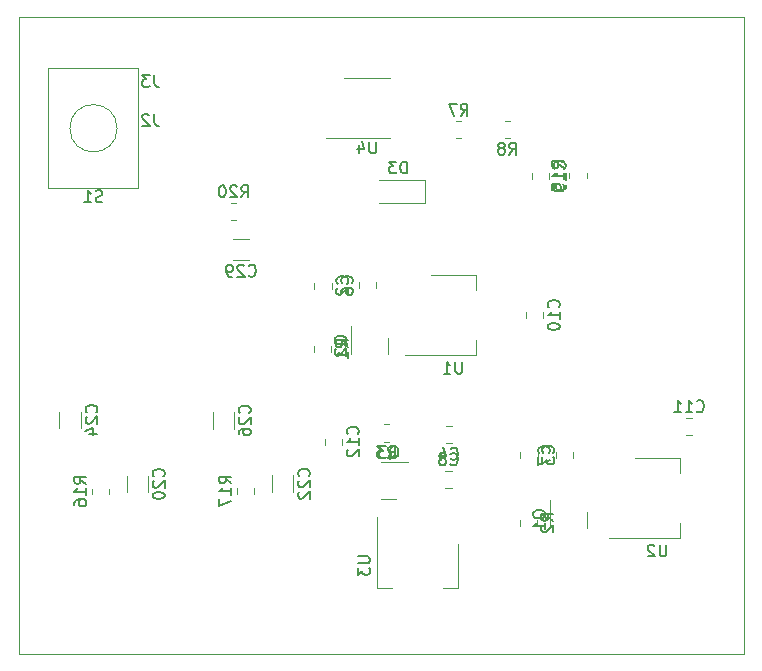
<source format=gbo>
%TF.GenerationSoftware,KiCad,Pcbnew,(6.0.1-0)*%
%TF.CreationDate,2022-06-02T12:12:10+03:00*%
%TF.ProjectId,VoltageRegulator,566f6c74-6167-4655-9265-67756c61746f,rev?*%
%TF.SameCoordinates,Original*%
%TF.FileFunction,Legend,Bot*%
%TF.FilePolarity,Positive*%
%FSLAX46Y46*%
G04 Gerber Fmt 4.6, Leading zero omitted, Abs format (unit mm)*
G04 Created by KiCad (PCBNEW (6.0.1-0)) date 2022-06-02 12:12:10*
%MOMM*%
%LPD*%
G01*
G04 APERTURE LIST*
%TA.AperFunction,Profile*%
%ADD10C,0.100000*%
%TD*%
%ADD11C,0.150000*%
%ADD12C,0.120000*%
G04 APERTURE END LIST*
D10*
X41505308Y-38806895D02*
X-19874692Y-38806895D01*
X-19874692Y-38806895D02*
X-19874692Y15193105D01*
X-19874692Y15193105D02*
X41505308Y15193105D01*
X41505308Y15193105D02*
X41505308Y-38806895D01*
D11*
%TO.C,R3*%
X11409774Y-22162475D02*
X11743108Y-21686285D01*
X11981203Y-22162475D02*
X11981203Y-21162475D01*
X11600250Y-21162475D01*
X11505012Y-21210095D01*
X11457393Y-21257714D01*
X11409774Y-21352952D01*
X11409774Y-21495809D01*
X11457393Y-21591047D01*
X11505012Y-21638666D01*
X11600250Y-21686285D01*
X11981203Y-21686285D01*
X11076441Y-21162475D02*
X10457393Y-21162475D01*
X10790727Y-21543428D01*
X10647869Y-21543428D01*
X10552631Y-21591047D01*
X10505012Y-21638666D01*
X10457393Y-21733904D01*
X10457393Y-21971999D01*
X10505012Y-22067237D01*
X10552631Y-22114856D01*
X10647869Y-22162475D01*
X10933584Y-22162475D01*
X11028822Y-22114856D01*
X11076441Y-22067237D01*
%TO.C,U1*%
X17667512Y-14023775D02*
X17667512Y-14833299D01*
X17619893Y-14928537D01*
X17572274Y-14976156D01*
X17477036Y-15023775D01*
X17286560Y-15023775D01*
X17191322Y-14976156D01*
X17143703Y-14928537D01*
X17096084Y-14833299D01*
X17096084Y-14023775D01*
X16096084Y-15023775D02*
X16667512Y-15023775D01*
X16381798Y-15023775D02*
X16381798Y-14023775D01*
X16477036Y-14166633D01*
X16572274Y-14261871D01*
X16667512Y-14309490D01*
%TO.C,C11*%
X37529165Y-18192537D02*
X37576784Y-18240156D01*
X37719641Y-18287775D01*
X37814879Y-18287775D01*
X37957736Y-18240156D01*
X38052974Y-18144918D01*
X38100593Y-18049680D01*
X38148212Y-17859204D01*
X38148212Y-17716347D01*
X38100593Y-17525871D01*
X38052974Y-17430633D01*
X37957736Y-17335395D01*
X37814879Y-17287775D01*
X37719641Y-17287775D01*
X37576784Y-17335395D01*
X37529165Y-17383014D01*
X36576784Y-18287775D02*
X37148212Y-18287775D01*
X36862498Y-18287775D02*
X36862498Y-17287775D01*
X36957736Y-17430633D01*
X37052974Y-17525871D01*
X37148212Y-17573490D01*
X35624403Y-18287775D02*
X36195831Y-18287775D01*
X35910117Y-18287775D02*
X35910117Y-17287775D01*
X36005355Y-17430633D01*
X36100593Y-17525871D01*
X36195831Y-17573490D01*
%TO.C,J2*%
X-8418658Y6953124D02*
X-8418658Y6238838D01*
X-8371039Y6095981D01*
X-8275801Y6000743D01*
X-8132944Y5953124D01*
X-8037706Y5953124D01*
X-8847230Y6857885D02*
X-8894849Y6905505D01*
X-8990087Y6953124D01*
X-9228182Y6953124D01*
X-9323420Y6905505D01*
X-9371039Y6857885D01*
X-9418658Y6762647D01*
X-9418658Y6667409D01*
X-9371039Y6524552D01*
X-8799611Y5953124D01*
X-9418658Y5953124D01*
%TO.C,C12*%
X8814250Y-20143637D02*
X8861869Y-20096018D01*
X8909488Y-19953161D01*
X8909488Y-19857923D01*
X8861869Y-19715066D01*
X8766631Y-19619828D01*
X8671393Y-19572209D01*
X8480917Y-19524590D01*
X8338060Y-19524590D01*
X8147584Y-19572209D01*
X8052346Y-19619828D01*
X7957108Y-19715066D01*
X7909488Y-19857923D01*
X7909488Y-19953161D01*
X7957108Y-20096018D01*
X8004727Y-20143637D01*
X8909488Y-21096018D02*
X8909488Y-20524590D01*
X8909488Y-20810304D02*
X7909488Y-20810304D01*
X8052346Y-20715066D01*
X8147584Y-20619828D01*
X8195203Y-20524590D01*
X8004727Y-21476971D02*
X7957108Y-21524590D01*
X7909488Y-21619828D01*
X7909488Y-21857923D01*
X7957108Y-21953161D01*
X8004727Y-22000780D01*
X8099965Y-22048399D01*
X8195203Y-22048399D01*
X8338060Y-22000780D01*
X8909488Y-21429352D01*
X8909488Y-22048399D01*
%TO.C,R17*%
X-1888711Y-24329137D02*
X-2364901Y-23995804D01*
X-1888711Y-23757709D02*
X-2888711Y-23757709D01*
X-2888711Y-24138661D01*
X-2841092Y-24233899D01*
X-2793472Y-24281518D01*
X-2698234Y-24329137D01*
X-2555377Y-24329137D01*
X-2460139Y-24281518D01*
X-2412520Y-24233899D01*
X-2364901Y-24138661D01*
X-2364901Y-23757709D01*
X-1888711Y-25281518D02*
X-1888711Y-24710090D01*
X-1888711Y-24995804D02*
X-2888711Y-24995804D01*
X-2745853Y-24900566D01*
X-2650615Y-24805328D01*
X-2602996Y-24710090D01*
X-2888711Y-25614852D02*
X-2888711Y-26281518D01*
X-1888711Y-25852947D01*
%TO.C,C26*%
X-345849Y-18353437D02*
X-298230Y-18305818D01*
X-250611Y-18162961D01*
X-250611Y-18067723D01*
X-298230Y-17924866D01*
X-393468Y-17829628D01*
X-488706Y-17782009D01*
X-679182Y-17734390D01*
X-822039Y-17734390D01*
X-1012515Y-17782009D01*
X-1107753Y-17829628D01*
X-1202992Y-17924866D01*
X-1250611Y-18067723D01*
X-1250611Y-18162961D01*
X-1202992Y-18305818D01*
X-1155372Y-18353437D01*
X-1155372Y-18734390D02*
X-1202992Y-18782009D01*
X-1250611Y-18877247D01*
X-1250611Y-19115342D01*
X-1202992Y-19210580D01*
X-1155372Y-19258199D01*
X-1060134Y-19305818D01*
X-964896Y-19305818D01*
X-822039Y-19258199D01*
X-250611Y-18686771D01*
X-250611Y-19305818D01*
X-1250611Y-20162961D02*
X-1250611Y-19972485D01*
X-1202992Y-19877247D01*
X-1155372Y-19829628D01*
X-1012515Y-19734390D01*
X-822039Y-19686771D01*
X-441087Y-19686771D01*
X-345849Y-19734390D01*
X-298230Y-19782009D01*
X-250611Y-19877247D01*
X-250611Y-20067723D01*
X-298230Y-20162961D01*
X-345849Y-20210580D01*
X-441087Y-20258199D01*
X-679182Y-20258199D01*
X-774420Y-20210580D01*
X-822039Y-20162961D01*
X-869658Y-20067723D01*
X-869658Y-19877247D01*
X-822039Y-19782009D01*
X-774420Y-19734390D01*
X-679182Y-19686771D01*
%TO.C,C20*%
X-7624449Y-23733637D02*
X-7576830Y-23686018D01*
X-7529211Y-23543161D01*
X-7529211Y-23447923D01*
X-7576830Y-23305066D01*
X-7672068Y-23209828D01*
X-7767306Y-23162209D01*
X-7957782Y-23114590D01*
X-8100639Y-23114590D01*
X-8291115Y-23162209D01*
X-8386353Y-23209828D01*
X-8481592Y-23305066D01*
X-8529211Y-23447923D01*
X-8529211Y-23543161D01*
X-8481592Y-23686018D01*
X-8433972Y-23733637D01*
X-8433972Y-24114590D02*
X-8481592Y-24162209D01*
X-8529211Y-24257447D01*
X-8529211Y-24495542D01*
X-8481592Y-24590780D01*
X-8433972Y-24638399D01*
X-8338734Y-24686018D01*
X-8243496Y-24686018D01*
X-8100639Y-24638399D01*
X-7529211Y-24066971D01*
X-7529211Y-24686018D01*
X-8529211Y-25305066D02*
X-8529211Y-25400304D01*
X-8481592Y-25495542D01*
X-8433972Y-25543161D01*
X-8338734Y-25590780D01*
X-8148258Y-25638399D01*
X-7910163Y-25638399D01*
X-7719687Y-25590780D01*
X-7624449Y-25543161D01*
X-7576830Y-25495542D01*
X-7529211Y-25400304D01*
X-7529211Y-25305066D01*
X-7576830Y-25209828D01*
X-7624449Y-25162209D01*
X-7719687Y-25114590D01*
X-7910163Y-25066971D01*
X-8148258Y-25066971D01*
X-8338734Y-25114590D01*
X-8433972Y-25162209D01*
X-8481592Y-25209828D01*
X-8529211Y-25305066D01*
%TO.C,Q3*%
X11534646Y-22256014D02*
X11629884Y-22208395D01*
X11725122Y-22113156D01*
X11867979Y-21970299D01*
X11963217Y-21922680D01*
X12058455Y-21922680D01*
X12010836Y-22160775D02*
X12106074Y-22113156D01*
X12201312Y-22017918D01*
X12248931Y-21827442D01*
X12248931Y-21494109D01*
X12201312Y-21303633D01*
X12106074Y-21208395D01*
X12010836Y-21160775D01*
X11820360Y-21160775D01*
X11725122Y-21208395D01*
X11629884Y-21303633D01*
X11582265Y-21494109D01*
X11582265Y-21827442D01*
X11629884Y-22017918D01*
X11725122Y-22113156D01*
X11820360Y-22160775D01*
X12010836Y-22160775D01*
X11248931Y-21160775D02*
X10629884Y-21160775D01*
X10963217Y-21541728D01*
X10820360Y-21541728D01*
X10725122Y-21589347D01*
X10677503Y-21636966D01*
X10629884Y-21732204D01*
X10629884Y-21970299D01*
X10677503Y-22065537D01*
X10725122Y-22113156D01*
X10820360Y-22160775D01*
X11106074Y-22160775D01*
X11201312Y-22113156D01*
X11248931Y-22065537D01*
%TO.C,C22*%
X4677250Y-23709137D02*
X4724869Y-23661518D01*
X4772488Y-23518661D01*
X4772488Y-23423423D01*
X4724869Y-23280566D01*
X4629631Y-23185328D01*
X4534393Y-23137709D01*
X4343917Y-23090090D01*
X4201060Y-23090090D01*
X4010584Y-23137709D01*
X3915346Y-23185328D01*
X3820108Y-23280566D01*
X3772488Y-23423423D01*
X3772488Y-23518661D01*
X3820108Y-23661518D01*
X3867727Y-23709137D01*
X3867727Y-24090090D02*
X3820108Y-24137709D01*
X3772488Y-24232947D01*
X3772488Y-24471042D01*
X3820108Y-24566280D01*
X3867727Y-24613899D01*
X3962965Y-24661518D01*
X4058203Y-24661518D01*
X4201060Y-24613899D01*
X4772488Y-24042471D01*
X4772488Y-24661518D01*
X3867727Y-25042471D02*
X3820108Y-25090090D01*
X3772488Y-25185328D01*
X3772488Y-25423423D01*
X3820108Y-25518661D01*
X3867727Y-25566280D01*
X3962965Y-25613899D01*
X4058203Y-25613899D01*
X4201060Y-25566280D01*
X4772488Y-24994852D01*
X4772488Y-25613899D01*
%TO.C,J3*%
X-8418658Y10253124D02*
X-8418658Y9538838D01*
X-8371039Y9395981D01*
X-8275801Y9300743D01*
X-8132944Y9253124D01*
X-8037706Y9253124D01*
X-8799611Y10253124D02*
X-9418658Y10253124D01*
X-9085325Y9872171D01*
X-9228182Y9872171D01*
X-9323420Y9824552D01*
X-9371039Y9776933D01*
X-9418658Y9681695D01*
X-9418658Y9443600D01*
X-9371039Y9348362D01*
X-9323420Y9300743D01*
X-9228182Y9253124D01*
X-8942468Y9253124D01*
X-8847230Y9300743D01*
X-8799611Y9348362D01*
%TO.C,U2*%
X34949712Y-29509075D02*
X34949712Y-30318599D01*
X34902093Y-30413837D01*
X34854474Y-30461456D01*
X34759236Y-30509075D01*
X34568760Y-30509075D01*
X34473522Y-30461456D01*
X34425903Y-30413837D01*
X34378284Y-30318599D01*
X34378284Y-29509075D01*
X33949712Y-29604314D02*
X33902093Y-29556695D01*
X33806855Y-29509075D01*
X33568760Y-29509075D01*
X33473522Y-29556695D01*
X33425903Y-29604314D01*
X33378284Y-29699552D01*
X33378284Y-29794790D01*
X33425903Y-29937647D01*
X33997331Y-30509075D01*
X33378284Y-30509075D01*
%TO.C,C10*%
X25824950Y-9428537D02*
X25872569Y-9380918D01*
X25920188Y-9238061D01*
X25920188Y-9142823D01*
X25872569Y-8999966D01*
X25777331Y-8904728D01*
X25682093Y-8857109D01*
X25491617Y-8809490D01*
X25348760Y-8809490D01*
X25158284Y-8857109D01*
X25063046Y-8904728D01*
X24967808Y-8999966D01*
X24920188Y-9142823D01*
X24920188Y-9238061D01*
X24967808Y-9380918D01*
X25015427Y-9428537D01*
X25920188Y-10380918D02*
X25920188Y-9809490D01*
X25920188Y-10095204D02*
X24920188Y-10095204D01*
X25063046Y-9999966D01*
X25158284Y-9904728D01*
X25205903Y-9809490D01*
X24920188Y-10999966D02*
X24920188Y-11095204D01*
X24967808Y-11190442D01*
X25015427Y-11238061D01*
X25110665Y-11285680D01*
X25301141Y-11333299D01*
X25539236Y-11333299D01*
X25729712Y-11285680D01*
X25824950Y-11238061D01*
X25872569Y-11190442D01*
X25920188Y-11095204D01*
X25920188Y-10999966D01*
X25872569Y-10904728D01*
X25824950Y-10857109D01*
X25729712Y-10809490D01*
X25539236Y-10761871D01*
X25301141Y-10761871D01*
X25110665Y-10809490D01*
X25015427Y-10857109D01*
X24967808Y-10904728D01*
X24920188Y-10999966D01*
%TO.C,U3*%
X8842688Y-30507290D02*
X9652212Y-30507290D01*
X9747450Y-30554909D01*
X9795069Y-30602528D01*
X9842688Y-30697766D01*
X9842688Y-30888242D01*
X9795069Y-30983480D01*
X9747450Y-31031099D01*
X9652212Y-31078718D01*
X8842688Y-31078718D01*
X8842688Y-31459671D02*
X8842688Y-32078718D01*
X9223641Y-31745385D01*
X9223641Y-31888242D01*
X9271260Y-31983480D01*
X9318879Y-32031099D01*
X9414117Y-32078718D01*
X9652212Y-32078718D01*
X9747450Y-32031099D01*
X9795069Y-31983480D01*
X9842688Y-31888242D01*
X9842688Y-31602528D01*
X9795069Y-31507290D01*
X9747450Y-31459671D01*
%TO.C,Q2*%
X7959027Y-12603156D02*
X7911408Y-12507918D01*
X7816169Y-12412680D01*
X7673312Y-12269823D01*
X7625693Y-12174585D01*
X7625693Y-12079347D01*
X7863788Y-12126966D02*
X7816169Y-12031728D01*
X7720931Y-11936490D01*
X7530455Y-11888871D01*
X7197122Y-11888871D01*
X7006646Y-11936490D01*
X6911408Y-12031728D01*
X6863788Y-12126966D01*
X6863788Y-12317442D01*
X6911408Y-12412680D01*
X7006646Y-12507918D01*
X7197122Y-12555537D01*
X7530455Y-12555537D01*
X7720931Y-12507918D01*
X7816169Y-12412680D01*
X7863788Y-12317442D01*
X7863788Y-12126966D01*
X6959027Y-12936490D02*
X6911408Y-12984109D01*
X6863788Y-13079347D01*
X6863788Y-13317442D01*
X6911408Y-13412680D01*
X6959027Y-13460299D01*
X7054265Y-13507918D01*
X7149503Y-13507918D01*
X7292360Y-13460299D01*
X7863788Y-12888871D01*
X7863788Y-13507918D01*
%TO.C,C2*%
X7925450Y-7413228D02*
X7973069Y-7365609D01*
X8020688Y-7222752D01*
X8020688Y-7127514D01*
X7973069Y-6984656D01*
X7877831Y-6889418D01*
X7782593Y-6841799D01*
X7592117Y-6794180D01*
X7449260Y-6794180D01*
X7258784Y-6841799D01*
X7163546Y-6889418D01*
X7068308Y-6984656D01*
X7020688Y-7127514D01*
X7020688Y-7222752D01*
X7068308Y-7365609D01*
X7115927Y-7413228D01*
X7115927Y-7794180D02*
X7068308Y-7841799D01*
X7020688Y-7937037D01*
X7020688Y-8175133D01*
X7068308Y-8270371D01*
X7115927Y-8317990D01*
X7211165Y-8365609D01*
X7306403Y-8365609D01*
X7449260Y-8317990D01*
X8020688Y-7746561D01*
X8020688Y-8365609D01*
%TO.C,Q1*%
X24785627Y-27324756D02*
X24738008Y-27229518D01*
X24642769Y-27134280D01*
X24499912Y-26991423D01*
X24452293Y-26896185D01*
X24452293Y-26800947D01*
X24690388Y-26848566D02*
X24642769Y-26753328D01*
X24547531Y-26658090D01*
X24357055Y-26610471D01*
X24023722Y-26610471D01*
X23833246Y-26658090D01*
X23738008Y-26753328D01*
X23690388Y-26848566D01*
X23690388Y-27039042D01*
X23738008Y-27134280D01*
X23833246Y-27229518D01*
X24023722Y-27277137D01*
X24357055Y-27277137D01*
X24547531Y-27229518D01*
X24642769Y-27134280D01*
X24690388Y-27039042D01*
X24690388Y-26848566D01*
X24690388Y-28229518D02*
X24690388Y-27658090D01*
X24690388Y-27943804D02*
X23690388Y-27943804D01*
X23833246Y-27848566D01*
X23928484Y-27753328D01*
X23976103Y-27658090D01*
%TO.C,U4*%
X10391012Y4620824D02*
X10391012Y3811300D01*
X10343393Y3716062D01*
X10295774Y3668443D01*
X10200536Y3620824D01*
X10010060Y3620824D01*
X9914822Y3668443D01*
X9867203Y3716062D01*
X9819584Y3811300D01*
X9819584Y4620824D01*
X8914822Y4287490D02*
X8914822Y3620824D01*
X9152917Y4668443D02*
X9391012Y3954157D01*
X8771965Y3954157D01*
%TO.C,C8*%
X16677674Y-22681337D02*
X16725293Y-22728956D01*
X16868150Y-22776575D01*
X16963388Y-22776575D01*
X17106246Y-22728956D01*
X17201484Y-22633718D01*
X17249103Y-22538480D01*
X17296722Y-22348004D01*
X17296722Y-22205147D01*
X17249103Y-22014671D01*
X17201484Y-21919433D01*
X17106246Y-21824195D01*
X16963388Y-21776575D01*
X16868150Y-21776575D01*
X16725293Y-21824195D01*
X16677674Y-21871814D01*
X16106246Y-22205147D02*
X16201484Y-22157528D01*
X16249103Y-22109909D01*
X16296722Y-22014671D01*
X16296722Y-21967052D01*
X16249103Y-21871814D01*
X16201484Y-21824195D01*
X16106246Y-21776575D01*
X15915769Y-21776575D01*
X15820531Y-21824195D01*
X15772912Y-21871814D01*
X15725293Y-21967052D01*
X15725293Y-22014671D01*
X15772912Y-22109909D01*
X15820531Y-22157528D01*
X15915769Y-22205147D01*
X16106246Y-22205147D01*
X16201484Y-22252766D01*
X16249103Y-22300385D01*
X16296722Y-22395623D01*
X16296722Y-22586099D01*
X16249103Y-22681337D01*
X16201484Y-22728956D01*
X16106246Y-22776575D01*
X15915769Y-22776575D01*
X15820531Y-22728956D01*
X15772912Y-22681337D01*
X15725293Y-22586099D01*
X15725293Y-22395623D01*
X15772912Y-22300385D01*
X15820531Y-22252766D01*
X15915769Y-22205147D01*
%TO.C,R8*%
X21661474Y3509624D02*
X21994808Y3985814D01*
X22232903Y3509624D02*
X22232903Y4509624D01*
X21851950Y4509624D01*
X21756712Y4462005D01*
X21709093Y4414385D01*
X21661474Y4319147D01*
X21661474Y4176290D01*
X21709093Y4081052D01*
X21756712Y4033433D01*
X21851950Y3985814D01*
X22232903Y3985814D01*
X21090046Y4081052D02*
X21185284Y4128671D01*
X21232903Y4176290D01*
X21280522Y4271528D01*
X21280522Y4319147D01*
X21232903Y4414385D01*
X21185284Y4462005D01*
X21090046Y4509624D01*
X20899569Y4509624D01*
X20804331Y4462005D01*
X20756712Y4414385D01*
X20709093Y4319147D01*
X20709093Y4271528D01*
X20756712Y4176290D01*
X20804331Y4128671D01*
X20899569Y4081052D01*
X21090046Y4081052D01*
X21185284Y4033433D01*
X21232903Y3985814D01*
X21280522Y3890576D01*
X21280522Y3700100D01*
X21232903Y3604862D01*
X21185284Y3557243D01*
X21090046Y3509624D01*
X20899569Y3509624D01*
X20804331Y3557243D01*
X20756712Y3604862D01*
X20709093Y3700100D01*
X20709093Y3890576D01*
X20756712Y3985814D01*
X20804331Y4033433D01*
X20899569Y4081052D01*
%TO.C,C24*%
X-13315249Y-18315537D02*
X-13267630Y-18267918D01*
X-13220011Y-18125061D01*
X-13220011Y-18029823D01*
X-13267630Y-17886966D01*
X-13362868Y-17791728D01*
X-13458106Y-17744109D01*
X-13648582Y-17696490D01*
X-13791439Y-17696490D01*
X-13981915Y-17744109D01*
X-14077153Y-17791728D01*
X-14172392Y-17886966D01*
X-14220011Y-18029823D01*
X-14220011Y-18125061D01*
X-14172392Y-18267918D01*
X-14124772Y-18315537D01*
X-14124772Y-18696490D02*
X-14172392Y-18744109D01*
X-14220011Y-18839347D01*
X-14220011Y-19077442D01*
X-14172392Y-19172680D01*
X-14124772Y-19220299D01*
X-14029534Y-19267918D01*
X-13934296Y-19267918D01*
X-13791439Y-19220299D01*
X-13220011Y-18648871D01*
X-13220011Y-19267918D01*
X-13886677Y-20125061D02*
X-13220011Y-20125061D01*
X-14267630Y-19886966D02*
X-13553344Y-19648871D01*
X-13553344Y-20267918D01*
%TO.C,R16*%
X-14172011Y-24353637D02*
X-14648201Y-24020304D01*
X-14172011Y-23782209D02*
X-15172011Y-23782209D01*
X-15172011Y-24163161D01*
X-15124392Y-24258399D01*
X-15076772Y-24306018D01*
X-14981534Y-24353637D01*
X-14838677Y-24353637D01*
X-14743439Y-24306018D01*
X-14695820Y-24258399D01*
X-14648201Y-24163161D01*
X-14648201Y-23782209D01*
X-14172011Y-25306018D02*
X-14172011Y-24734590D01*
X-14172011Y-25020304D02*
X-15172011Y-25020304D01*
X-15029153Y-24925066D01*
X-14933915Y-24829828D01*
X-14886296Y-24734590D01*
X-15172011Y-26163161D02*
X-15172011Y-25972685D01*
X-15124392Y-25877447D01*
X-15076772Y-25829828D01*
X-14933915Y-25734590D01*
X-14743439Y-25686971D01*
X-14362487Y-25686971D01*
X-14267249Y-25734590D01*
X-14219630Y-25782209D01*
X-14172011Y-25877447D01*
X-14172011Y-26067923D01*
X-14219630Y-26163161D01*
X-14267249Y-26210780D01*
X-14362487Y-26258399D01*
X-14600582Y-26258399D01*
X-14695820Y-26210780D01*
X-14743439Y-26163161D01*
X-14791058Y-26067923D01*
X-14791058Y-25877447D01*
X-14743439Y-25782209D01*
X-14695820Y-25734590D01*
X-14600582Y-25686971D01*
%TO.C,R20*%
X-1028134Y-101675D02*
X-694801Y374514D01*
X-456706Y-101675D02*
X-456706Y898324D01*
X-837658Y898324D01*
X-932896Y850705D01*
X-980515Y803085D01*
X-1028134Y707847D01*
X-1028134Y564990D01*
X-980515Y469752D01*
X-932896Y422133D01*
X-837658Y374514D01*
X-456706Y374514D01*
X-1409087Y803085D02*
X-1456706Y850705D01*
X-1551944Y898324D01*
X-1790039Y898324D01*
X-1885277Y850705D01*
X-1932896Y803085D01*
X-1980515Y707847D01*
X-1980515Y612609D01*
X-1932896Y469752D01*
X-1361468Y-101675D01*
X-1980515Y-101675D01*
X-2599563Y898324D02*
X-2694801Y898324D01*
X-2790039Y850705D01*
X-2837658Y803085D01*
X-2885277Y707847D01*
X-2932896Y517371D01*
X-2932896Y279276D01*
X-2885277Y88800D01*
X-2837658Y-6437D01*
X-2790039Y-54056D01*
X-2694801Y-101675D01*
X-2599563Y-101675D01*
X-2504325Y-54056D01*
X-2456706Y-6437D01*
X-2409087Y88800D01*
X-2361468Y279276D01*
X-2361468Y517371D01*
X-2409087Y707847D01*
X-2456706Y803085D01*
X-2504325Y850705D01*
X-2599563Y898324D01*
%TO.C,D3*%
X13000403Y1927224D02*
X13000403Y2927224D01*
X12762308Y2927224D01*
X12619450Y2879605D01*
X12524212Y2784366D01*
X12476593Y2689128D01*
X12428974Y2498652D01*
X12428974Y2355795D01*
X12476593Y2165319D01*
X12524212Y2070081D01*
X12619450Y1974843D01*
X12762308Y1927224D01*
X13000403Y1927224D01*
X12095641Y2927224D02*
X11476593Y2927224D01*
X11809927Y2546271D01*
X11667069Y2546271D01*
X11571831Y2498652D01*
X11524212Y2451033D01*
X11476593Y2355795D01*
X11476593Y2117700D01*
X11524212Y2022462D01*
X11571831Y1974843D01*
X11667069Y1927224D01*
X11952784Y1927224D01*
X12048022Y1974843D01*
X12095641Y2022462D01*
%TO.C,C3*%
X25362450Y-21737528D02*
X25410069Y-21689909D01*
X25457688Y-21547052D01*
X25457688Y-21451814D01*
X25410069Y-21308956D01*
X25314831Y-21213718D01*
X25219593Y-21166099D01*
X25029117Y-21118480D01*
X24886260Y-21118480D01*
X24695784Y-21166099D01*
X24600546Y-21213718D01*
X24505308Y-21308956D01*
X24457688Y-21451814D01*
X24457688Y-21547052D01*
X24505308Y-21689909D01*
X24552927Y-21737528D01*
X24457688Y-22070861D02*
X24457688Y-22689909D01*
X24838641Y-22356575D01*
X24838641Y-22499433D01*
X24886260Y-22594671D01*
X24933879Y-22642290D01*
X25029117Y-22689909D01*
X25267212Y-22689909D01*
X25362450Y-22642290D01*
X25410069Y-22594671D01*
X25457688Y-22499433D01*
X25457688Y-22213718D01*
X25410069Y-22118480D01*
X25362450Y-22070861D01*
%TO.C,R15*%
X26273088Y2365862D02*
X25796898Y2699195D01*
X26273088Y2937290D02*
X25273088Y2937290D01*
X25273088Y2556338D01*
X25320708Y2461100D01*
X25368327Y2413481D01*
X25463565Y2365862D01*
X25606422Y2365862D01*
X25701660Y2413481D01*
X25749279Y2461100D01*
X25796898Y2556338D01*
X25796898Y2937290D01*
X26273088Y1413481D02*
X26273088Y1984909D01*
X26273088Y1699195D02*
X25273088Y1699195D01*
X25415946Y1794433D01*
X25511184Y1889671D01*
X25558803Y1984909D01*
X25273088Y508719D02*
X25273088Y984909D01*
X25749279Y1032528D01*
X25701660Y984909D01*
X25654041Y889671D01*
X25654041Y651576D01*
X25701660Y556338D01*
X25749279Y508719D01*
X25844517Y461100D01*
X26082612Y461100D01*
X26177850Y508719D01*
X26225469Y556338D01*
X26273088Y651576D01*
X26273088Y889671D01*
X26225469Y984909D01*
X26177850Y1032528D01*
%TO.C,C7*%
X24992950Y-21783128D02*
X25040569Y-21735509D01*
X25088188Y-21592652D01*
X25088188Y-21497414D01*
X25040569Y-21354556D01*
X24945331Y-21259318D01*
X24850093Y-21211699D01*
X24659617Y-21164080D01*
X24516760Y-21164080D01*
X24326284Y-21211699D01*
X24231046Y-21259318D01*
X24135808Y-21354556D01*
X24088188Y-21497414D01*
X24088188Y-21592652D01*
X24135808Y-21735509D01*
X24183427Y-21783128D01*
X24088188Y-22116461D02*
X24088188Y-22783128D01*
X25088188Y-22354556D01*
%TO.C,R7*%
X17541774Y6809624D02*
X17875108Y7285814D01*
X18113203Y6809624D02*
X18113203Y7809624D01*
X17732250Y7809624D01*
X17637012Y7762005D01*
X17589393Y7714385D01*
X17541774Y7619147D01*
X17541774Y7476290D01*
X17589393Y7381052D01*
X17637012Y7333433D01*
X17732250Y7285814D01*
X18113203Y7285814D01*
X17208441Y7809624D02*
X16541774Y7809624D01*
X16970346Y6809624D01*
%TO.C,R1*%
X7960688Y-12784628D02*
X7484498Y-12451295D01*
X7960688Y-12213199D02*
X6960688Y-12213199D01*
X6960688Y-12594152D01*
X7008308Y-12689390D01*
X7055927Y-12737009D01*
X7151165Y-12784628D01*
X7294022Y-12784628D01*
X7389260Y-12737009D01*
X7436879Y-12689390D01*
X7484498Y-12594152D01*
X7484498Y-12213199D01*
X7960688Y-13737009D02*
X7960688Y-13165580D01*
X7960688Y-13451295D02*
X6960688Y-13451294D01*
X7103546Y-13356056D01*
X7198784Y-13260818D01*
X7246403Y-13165580D01*
%TO.C,R2*%
X25375588Y-27512928D02*
X24899398Y-27179595D01*
X25375588Y-26941499D02*
X24375588Y-26941499D01*
X24375588Y-27322452D01*
X24423208Y-27417690D01*
X24470827Y-27465309D01*
X24566065Y-27512928D01*
X24708922Y-27512928D01*
X24804160Y-27465309D01*
X24851779Y-27417690D01*
X24899398Y-27322452D01*
X24899398Y-26941499D01*
X24470827Y-27893880D02*
X24423208Y-27941499D01*
X24375588Y-28036737D01*
X24375588Y-28274833D01*
X24423208Y-28370071D01*
X24470827Y-28417690D01*
X24566065Y-28465309D01*
X24661303Y-28465309D01*
X24804160Y-28417690D01*
X25375588Y-27846261D01*
X25375588Y-28465309D01*
%TO.C,C6*%
X8324050Y-7389528D02*
X8371669Y-7341909D01*
X8419288Y-7199052D01*
X8419288Y-7103814D01*
X8371669Y-6960956D01*
X8276431Y-6865718D01*
X8181193Y-6818099D01*
X7990717Y-6770480D01*
X7847860Y-6770480D01*
X7657384Y-6818099D01*
X7562146Y-6865718D01*
X7466908Y-6960956D01*
X7419288Y-7103814D01*
X7419288Y-7199052D01*
X7466908Y-7341909D01*
X7514527Y-7389528D01*
X7419288Y-8246671D02*
X7419288Y-8056194D01*
X7466908Y-7960956D01*
X7514527Y-7913337D01*
X7657384Y-7818099D01*
X7847860Y-7770480D01*
X8228812Y-7770480D01*
X8324050Y-7818099D01*
X8371669Y-7865718D01*
X8419288Y-7960956D01*
X8419288Y-8151433D01*
X8371669Y-8246671D01*
X8324050Y-8294290D01*
X8228812Y-8341909D01*
X7990717Y-8341909D01*
X7895479Y-8294290D01*
X7847860Y-8246671D01*
X7800241Y-8151433D01*
X7800241Y-7960956D01*
X7847860Y-7865718D01*
X7895479Y-7818099D01*
X7990717Y-7770480D01*
%TO.C,C4*%
X16697574Y-22214737D02*
X16745193Y-22262356D01*
X16888050Y-22309975D01*
X16983288Y-22309975D01*
X17126146Y-22262356D01*
X17221384Y-22167118D01*
X17269003Y-22071880D01*
X17316622Y-21881404D01*
X17316622Y-21738547D01*
X17269003Y-21548071D01*
X17221384Y-21452833D01*
X17126146Y-21357595D01*
X16983288Y-21309975D01*
X16888050Y-21309975D01*
X16745193Y-21357595D01*
X16697574Y-21405214D01*
X15840431Y-21643309D02*
X15840431Y-22309975D01*
X16078527Y-21262356D02*
X16316622Y-21976642D01*
X15697574Y-21976642D01*
%TO.C,S1*%
X-12784687Y-472756D02*
X-12927544Y-520375D01*
X-13165639Y-520375D01*
X-13260877Y-472756D01*
X-13308496Y-425137D01*
X-13356115Y-329899D01*
X-13356115Y-234661D01*
X-13308496Y-139423D01*
X-13260877Y-91804D01*
X-13165639Y-44185D01*
X-12975163Y3433D01*
X-12879925Y51052D01*
X-12832306Y98671D01*
X-12784687Y193909D01*
X-12784687Y289147D01*
X-12832306Y384385D01*
X-12879925Y432005D01*
X-12975163Y479624D01*
X-13213258Y479624D01*
X-13356115Y432005D01*
X-14308496Y-520375D02*
X-13737068Y-520375D01*
X-14022782Y-520375D02*
X-14022782Y479624D01*
X-13927544Y336766D01*
X-13832306Y241528D01*
X-13737068Y193909D01*
%TO.C,C29*%
X-422234Y-6717937D02*
X-374615Y-6765556D01*
X-231758Y-6813175D01*
X-136520Y-6813175D01*
X6336Y-6765556D01*
X101574Y-6670318D01*
X149193Y-6575080D01*
X196812Y-6384604D01*
X196812Y-6241747D01*
X149193Y-6051271D01*
X101574Y-5956033D01*
X6336Y-5860795D01*
X-136520Y-5813175D01*
X-231758Y-5813175D01*
X-374615Y-5860795D01*
X-422234Y-5908414D01*
X-803187Y-5908414D02*
X-850806Y-5860795D01*
X-946044Y-5813175D01*
X-1184139Y-5813175D01*
X-1279377Y-5860795D01*
X-1326996Y-5908414D01*
X-1374615Y-6003652D01*
X-1374615Y-6098890D01*
X-1326996Y-6241747D01*
X-755568Y-6813175D01*
X-1374615Y-6813175D01*
X-1850806Y-6813175D02*
X-2041282Y-6813175D01*
X-2136520Y-6765556D01*
X-2184139Y-6717937D01*
X-2279377Y-6575080D01*
X-2326996Y-6384604D01*
X-2326996Y-6003652D01*
X-2279377Y-5908414D01*
X-2231758Y-5860795D01*
X-2136520Y-5813175D01*
X-1946044Y-5813175D01*
X-1850806Y-5860795D01*
X-1803187Y-5908414D01*
X-1755568Y-6003652D01*
X-1755568Y-6241747D01*
X-1803187Y-6336985D01*
X-1850806Y-6384604D01*
X-1946044Y-6432223D01*
X-2136520Y-6432223D01*
X-2231758Y-6384604D01*
X-2279377Y-6336985D01*
X-2326996Y-6241747D01*
%TO.C,C19*%
X26322150Y2327862D02*
X26369769Y2375481D01*
X26417388Y2518338D01*
X26417388Y2613576D01*
X26369769Y2756433D01*
X26274531Y2851671D01*
X26179293Y2899290D01*
X25988817Y2946909D01*
X25845960Y2946909D01*
X25655484Y2899290D01*
X25560246Y2851671D01*
X25465008Y2756433D01*
X25417388Y2613576D01*
X25417388Y2518338D01*
X25465008Y2375481D01*
X25512627Y2327862D01*
X26417388Y1375481D02*
X26417388Y1946909D01*
X26417388Y1661195D02*
X25417388Y1661195D01*
X25560246Y1756433D01*
X25655484Y1851671D01*
X25703103Y1946909D01*
X26417388Y899290D02*
X26417388Y708814D01*
X26369769Y613576D01*
X26322150Y565957D01*
X26179293Y470719D01*
X25988817Y423100D01*
X25607865Y423100D01*
X25512627Y470719D01*
X25465008Y518338D01*
X25417388Y613576D01*
X25417388Y804052D01*
X25465008Y899290D01*
X25512627Y946909D01*
X25607865Y994528D01*
X25845960Y994528D01*
X25941198Y946909D01*
X25988817Y899290D01*
X26036436Y804052D01*
X26036436Y613576D01*
X25988817Y518338D01*
X25941198Y470719D01*
X25845960Y423100D01*
D12*
%TO.C,R3*%
X11016044Y-19325095D02*
X11470172Y-19325095D01*
X11016044Y-20795095D02*
X11470172Y-20795095D01*
%TO.C,U1*%
X12805608Y-13481395D02*
X18815608Y-13481395D01*
X15055608Y-6661395D02*
X18815608Y-6661395D01*
X18815608Y-6661395D02*
X18815608Y-7921395D01*
X18815608Y-13481395D02*
X18815608Y-12221395D01*
%TO.C,C11*%
X37147560Y-18780395D02*
X36625056Y-18780395D01*
X37147560Y-20250395D02*
X36625056Y-20250395D01*
%TO.C,C12*%
X6042108Y-21047747D02*
X6042108Y-20525243D01*
X7512108Y-21047747D02*
X7512108Y-20525243D01*
%TO.C,R17*%
X43908Y-24744931D02*
X43908Y-25199059D01*
X-1426092Y-24744931D02*
X-1426092Y-25199059D01*
%TO.C,C26*%
X-1642992Y-19707547D02*
X-1642992Y-18285043D01*
X-3462992Y-19707547D02*
X-3462992Y-18285043D01*
%TO.C,C20*%
X-8921592Y-25087747D02*
X-8921592Y-23665243D01*
X-10741592Y-25087747D02*
X-10741592Y-23665243D01*
%TO.C,Q3*%
X11439408Y-22548395D02*
X13114408Y-22548395D01*
X11439408Y-22548395D02*
X10789408Y-22548395D01*
X11439408Y-25668395D02*
X10789408Y-25668395D01*
X11439408Y-25668395D02*
X12089408Y-25668395D01*
%TO.C,C22*%
X3380108Y-25063247D02*
X3380108Y-23640743D01*
X1560108Y-25063247D02*
X1560108Y-23640743D01*
%TO.C,U2*%
X30087808Y-28966695D02*
X36097808Y-28966695D01*
X32337808Y-22146695D02*
X36097808Y-22146695D01*
X36097808Y-22146695D02*
X36097808Y-23406695D01*
X36097808Y-28966695D02*
X36097808Y-27706695D01*
%TO.C,C10*%
X24522808Y-10332647D02*
X24522808Y-9810143D01*
X23052808Y-10332647D02*
X23052808Y-9810143D01*
%TO.C,U3*%
X17300308Y-29419195D02*
X17300308Y-33179195D01*
X10480308Y-33179195D02*
X11740308Y-33179195D01*
X10480308Y-27169195D02*
X10480308Y-33179195D01*
X17300308Y-33179195D02*
X16040308Y-33179195D01*
%TO.C,Q2*%
X8251408Y-12698395D02*
X8251408Y-11023395D01*
X11371408Y-12698395D02*
X11371408Y-13348395D01*
X11371408Y-12698395D02*
X11371408Y-12048395D01*
X8251408Y-12698395D02*
X8251408Y-13348395D01*
%TO.C,C2*%
X6623308Y-7841147D02*
X6623308Y-7318643D01*
X5153308Y-7841147D02*
X5153308Y-7318643D01*
%TO.C,Q1*%
X25078008Y-27419995D02*
X25078008Y-25744995D01*
X28198008Y-27419995D02*
X28198008Y-26769995D01*
X25078008Y-27419995D02*
X25078008Y-28069995D01*
X28198008Y-27419995D02*
X28198008Y-28069995D01*
%TO.C,U4*%
X9629108Y10033205D02*
X7679108Y10033205D01*
X9629108Y4913205D02*
X11579108Y4913205D01*
X9629108Y10033205D02*
X11579108Y10033205D01*
X9629108Y4913205D02*
X6179108Y4913205D01*
%TO.C,C8*%
X16772260Y-24739195D02*
X16249756Y-24739195D01*
X16772260Y-23269195D02*
X16249756Y-23269195D01*
%TO.C,R8*%
X21267744Y6347005D02*
X21721872Y6347005D01*
X21267744Y4877005D02*
X21721872Y4877005D01*
%TO.C,C24*%
X-16432392Y-19669647D02*
X-16432392Y-18247143D01*
X-14612392Y-19669647D02*
X-14612392Y-18247143D01*
%TO.C,R16*%
X-12239392Y-24769431D02*
X-12239392Y-25223559D01*
X-13709392Y-24769431D02*
X-13709392Y-25223559D01*
%TO.C,R20*%
X-1443928Y-564295D02*
X-1898056Y-564295D01*
X-1443928Y-2034295D02*
X-1898056Y-2034295D01*
%TO.C,D3*%
X14512308Y1379605D02*
X14512308Y-620395D01*
X14512308Y1379605D02*
X10612308Y1379605D01*
X14512308Y-620395D02*
X10612308Y-620395D01*
%TO.C,C3*%
X22590308Y-22165447D02*
X22590308Y-21642943D01*
X24060308Y-22165447D02*
X24060308Y-21642943D01*
%TO.C,R15*%
X28205708Y1950069D02*
X28205708Y1495941D01*
X26735708Y1950069D02*
X26735708Y1495941D01*
%TO.C,C7*%
X25580808Y-21688543D02*
X25580808Y-22211047D01*
X27050808Y-21688543D02*
X27050808Y-22211047D01*
%TO.C,R7*%
X17602172Y4877005D02*
X17148044Y4877005D01*
X17602172Y6347005D02*
X17148044Y6347005D01*
%TO.C,R1*%
X6593308Y-13178359D02*
X6593308Y-12724231D01*
X5123308Y-13178359D02*
X5123308Y-12724231D01*
%TO.C,R2*%
X22538208Y-27906659D02*
X22538208Y-27452531D01*
X24008208Y-27906659D02*
X24008208Y-27452531D01*
%TO.C,C6*%
X10381908Y-7294943D02*
X10381908Y-7817447D01*
X8911908Y-7294943D02*
X8911908Y-7817447D01*
%TO.C,C4*%
X16269656Y-20912595D02*
X16792160Y-20912595D01*
X16269656Y-19442595D02*
X16792160Y-19442595D01*
%TO.C,S1*%
X-17356592Y662005D02*
X-17356592Y10822005D01*
X-9736592Y10822005D02*
X-9736592Y662005D01*
X-17356592Y10822005D02*
X-9736592Y10822005D01*
X-17356592Y662005D02*
X-9736592Y662005D01*
X-11546592Y5742005D02*
G75*
G03*
X-11546592Y5742005I-2000000J0D01*
G01*
%TO.C,C29*%
X-1776344Y-5420795D02*
X-353840Y-5420795D01*
X-1776344Y-3600795D02*
X-353840Y-3600795D01*
%TO.C,C19*%
X25020008Y1423753D02*
X25020008Y1946257D01*
X23550008Y1423753D02*
X23550008Y1946257D01*
%TD*%
M02*

</source>
